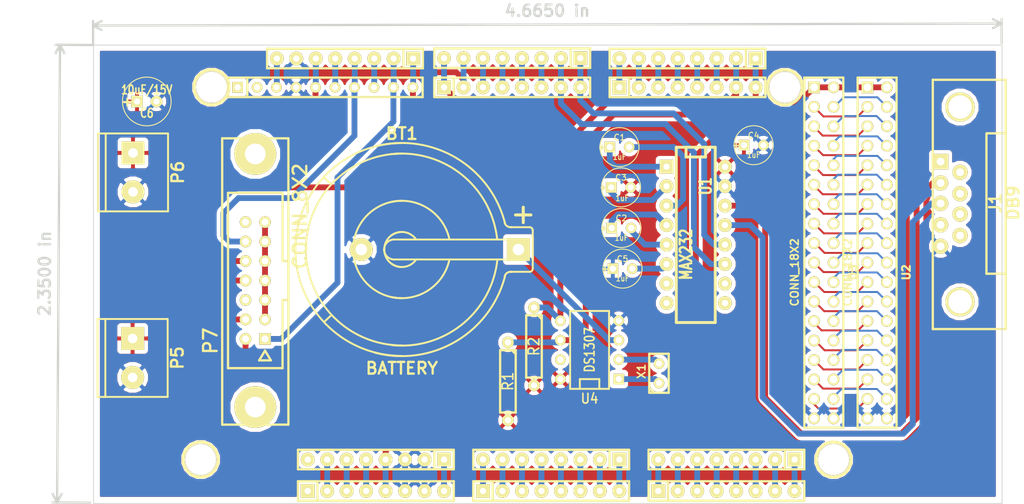
<source format=kicad_pcb>
(kicad_pcb (version 3) (host pcbnew "(2013-07-07 BZR 4022)-stable")
  (layers (15 F.Cu signal) (0 B.Cu signal) (18 B.Paste user) (19 F.Paste user) (20 B.SilkS user) (21 F.SilkS user) (22 B.Mask user) (23 F.Mask user) (28 Edge.Cuts user))
  (net 0 "")
  (net 1 /10)
  (net 2 /11)
  (net 3 /12)
  (net 4 /13)
  (net 5 /14)
  (net 6 /15)
  (net 7 /16)
  (net 8 /17)
  (net 9 /18)
  (net 10 /19)
  (net 11 /2)
  (net 12 /20)
  (net 13 /21)
  (net 14 /22)
  (net 15 /23)
  (net 16 /24)
  (net 17 /25)
  (net 18 /26)
  (net 19 /27)
  (net 20 /28)
  (net 21 /29)
  (net 22 /3)
  (net 23 /3.3V)
  (net 24 /30)
  (net 25 /31)
  (net 26 /32)
  (net 27 /33)
  (net 28 /34)
  (net 29 /35)
  (net 30 /36)
  (net 31 /37)
  (net 32 /38)
  (net 33 /39)
  (net 34 /4)
  (net 35 /40)
  (net 36 /41)
  (net 37 /42)
  (net 38 /43)
  (net 39 /44)
  (net 40 /45)
  (net 41 /46)
  (net 42 /47)
  (net 43 /48)
  (net 44 /49)
  (net 45 /5)
  (net 46 /50)
  (net 47 /51)
  (net 48 /52)
  (net 49 /53)
  (net 50 /5V)
  (net 51 /6)
  (net 52 /7)
  (net 53 /8)
  (net 54 /9)
  (net 55 /A0)
  (net 56 /A1)
  (net 57 /A10)
  (net 58 /A11)
  (net 59 /A12)
  (net 60 /A13)
  (net 61 /A14)
  (net 62 /A15)
  (net 63 /A2)
  (net 64 /A3)
  (net 65 /A4)
  (net 66 /A5)
  (net 67 /A6)
  (net 68 /A7)
  (net 69 /A8)
  (net 70 /A9)
  (net 71 /AREF)
  (net 72 /IOREF)
  (net 73 /RST)
  (net 74 /RX)
  (net 75 /RX_DB9)
  (net 76 /TX)
  (net 77 /TX_DB9)
  (net 78 /VCC)
  (net 79 /VIN)
  (net 80 GND)
  (net 81 N-00000108)
  (net 82 N-0000048)
  (net 83 N-0000049)
  (net 84 N-0000050)
  (net 85 N-0000052)
  (net 86 N-0000053)
  (net 87 N-0000054)
  (net 88 N-0000060)
  (net 89 N-0000067)
  (net 90 N-0000077)
  (module SIL-8 (layer F.Cu) (at 154.61 52.254)
    (fp_text reference P2 hide)
    (fp_text value CONN_8 hide)
    (pad 1 thru_hole rect (at -8.89 0) (size 1.8 1.8) (drill 0.8128) (layers *.Cu *.Mask F.SilkS) (net 52 /7))
    (pad 2 thru_hole circle (at -6.35 0) (size 1.8 1.8) (drill 0.8128) (layers *.Cu *.Mask F.SilkS) (net 51 /6))
    (pad 3 thru_hole circle (at -3.81 0) (size 1.8 1.8) (drill 0.8128) (layers *.Cu *.Mask F.SilkS) (net 45 /5))
    (pad 4 thru_hole circle (at -1.27 0) (size 1.8 1.8) (drill 0.8128) (layers *.Cu *.Mask F.SilkS) (net 34 /4))
    (pad 5 thru_hole circle (at 1.27 0) (size 1.8 1.8) (drill 0.8128) (layers *.Cu *.Mask F.SilkS) (net 22 /3))
    (pad 6 thru_hole circle (at 3.81 0) (size 1.8 1.8) (drill 0.8128) (layers *.Cu *.Mask F.SilkS) (net 11 /2))
    (pad 7 thru_hole circle (at 6.35 0) (size 1.8 1.8) (drill 0.8128) (layers *.Cu *.Mask F.SilkS) (net 76 /TX))
    (pad 8 thru_hole circle (at 8.89 0) (size 1.8 1.8) (drill 0.8128) (layers *.Cu *.Mask F.SilkS) (net 74 /RX))
  )
  (module SIL-8 (layer F.Cu) (at 136.83 100.8 180)
    (fp_text reference P3 hide)
    (fp_text value CONN_8 hide)
    (pad 1 thru_hole rect (at -8.89 0 180) (size 1.8 1.8) (drill 0.8128) (layers *.Cu *.Mask F.SilkS) (net 79 /VIN))
    (pad 2 thru_hole circle (at -6.35 0 180) (size 1.8 1.8) (drill 0.8128) (layers *.Cu *.Mask F.SilkS) (net 80 GND))
    (pad 3 thru_hole circle (at -3.81 0 180) (size 1.8 1.8) (drill 0.8128) (layers *.Cu *.Mask F.SilkS) (net 80 GND))
    (pad 4 thru_hole circle (at -1.27 0 180) (size 1.8 1.8) (drill 0.8128) (layers *.Cu *.Mask F.SilkS) (net 50 /5V))
    (pad 5 thru_hole circle (at 1.27 0 180) (size 1.8 1.8) (drill 0.8128) (layers *.Cu *.Mask F.SilkS) (net 23 /3.3V))
    (pad 6 thru_hole circle (at 3.81 0 180) (size 1.8 1.8) (drill 0.8128) (layers *.Cu *.Mask F.SilkS) (net 73 /RST))
    (pad 7 thru_hole circle (at 6.35 0 180) (size 1.8 1.8) (drill 0.8128) (layers *.Cu *.Mask F.SilkS) (net 72 /IOREF))
    (pad 8 thru_hole circle (at 8.89 0 180) (size 1.8 1.8) (drill 0.8128) (layers *.Cu *.Mask F.SilkS))
  )
  (module SIL-8 (layer F.Cu) (at 182.55 100.8 180)
    (fp_text reference P15 hide)
    (fp_text value CONN_8 hide)
    (pad 1 thru_hole rect (at -8.89 0 180) (size 1.8 1.8) (drill 0.8128) (layers *.Cu *.Mask F.SilkS) (net 62 /A15))
    (pad 2 thru_hole circle (at -6.35 0 180) (size 1.8 1.8) (drill 0.8128) (layers *.Cu *.Mask F.SilkS) (net 61 /A14))
    (pad 3 thru_hole circle (at -3.81 0 180) (size 1.8 1.8) (drill 0.8128) (layers *.Cu *.Mask F.SilkS) (net 60 /A13))
    (pad 4 thru_hole circle (at -1.27 0 180) (size 1.8 1.8) (drill 0.8128) (layers *.Cu *.Mask F.SilkS) (net 59 /A12))
    (pad 5 thru_hole circle (at 1.27 0 180) (size 1.8 1.8) (drill 0.8128) (layers *.Cu *.Mask F.SilkS) (net 58 /A11))
    (pad 6 thru_hole circle (at 3.81 0 180) (size 1.8 1.8) (drill 0.8128) (layers *.Cu *.Mask F.SilkS) (net 57 /A10))
    (pad 7 thru_hole circle (at 6.35 0 180) (size 1.8 1.8) (drill 0.8128) (layers *.Cu *.Mask F.SilkS) (net 70 /A9))
    (pad 8 thru_hole circle (at 8.89 0 180) (size 1.8 1.8) (drill 0.8128) (layers *.Cu *.Mask F.SilkS) (net 69 /A8))
  )
  (module SIL-8 (layer F.Cu) (at 182.55 104.9)
    (fp_text reference P14 hide)
    (fp_text value CONN_8 hide)
    (pad 1 thru_hole rect (at -8.89 0) (size 1.8 1.8) (drill 0.8128) (layers *.Cu *.Mask F.SilkS) (net 69 /A8))
    (pad 2 thru_hole circle (at -6.35 0) (size 1.8 1.8) (drill 0.8128) (layers *.Cu *.Mask F.SilkS) (net 70 /A9))
    (pad 3 thru_hole circle (at -3.81 0) (size 1.8 1.8) (drill 0.8128) (layers *.Cu *.Mask F.SilkS) (net 57 /A10))
    (pad 4 thru_hole circle (at -1.27 0) (size 1.8 1.8) (drill 0.8128) (layers *.Cu *.Mask F.SilkS) (net 58 /A11))
    (pad 5 thru_hole circle (at 1.27 0) (size 1.8 1.8) (drill 0.8128) (layers *.Cu *.Mask F.SilkS) (net 59 /A12))
    (pad 6 thru_hole circle (at 3.81 0) (size 1.8 1.8) (drill 0.8128) (layers *.Cu *.Mask F.SilkS) (net 60 /A13))
    (pad 7 thru_hole circle (at 6.35 0) (size 1.8 1.8) (drill 0.8128) (layers *.Cu *.Mask F.SilkS) (net 61 /A14))
    (pad 8 thru_hole circle (at 8.89 0) (size 1.8 1.8) (drill 0.8128) (layers *.Cu *.Mask F.SilkS) (net 62 /A15))
  )
  (module SIL-8 (layer F.Cu) (at 159.69 100.8 180)
    (fp_text reference P8 hide)
    (fp_text value CONN_8 hide)
    (pad 1 thru_hole rect (at -8.89 0 180) (size 1.8 1.8) (drill 0.8128) (layers *.Cu *.Mask F.SilkS) (net 68 /A7))
    (pad 2 thru_hole circle (at -6.35 0 180) (size 1.8 1.8) (drill 0.8128) (layers *.Cu *.Mask F.SilkS) (net 67 /A6))
    (pad 3 thru_hole circle (at -3.81 0 180) (size 1.8 1.8) (drill 0.8128) (layers *.Cu *.Mask F.SilkS) (net 66 /A5))
    (pad 4 thru_hole circle (at -1.27 0 180) (size 1.8 1.8) (drill 0.8128) (layers *.Cu *.Mask F.SilkS) (net 65 /A4))
    (pad 5 thru_hole circle (at 1.27 0 180) (size 1.8 1.8) (drill 0.8128) (layers *.Cu *.Mask F.SilkS) (net 64 /A3))
    (pad 6 thru_hole circle (at 3.81 0 180) (size 1.8 1.8) (drill 0.8128) (layers *.Cu *.Mask F.SilkS) (net 63 /A2))
    (pad 7 thru_hole circle (at 6.35 0 180) (size 1.8 1.8) (drill 0.8128) (layers *.Cu *.Mask F.SilkS) (net 56 /A1))
    (pad 8 thru_hole circle (at 8.89 0 180) (size 1.8 1.8) (drill 0.8128) (layers *.Cu *.Mask F.SilkS) (net 55 /A0))
  )
  (module SIL-8 (layer F.Cu) (at 159.69 104.9)
    (fp_text reference P1 hide)
    (fp_text value CONN_8 hide)
    (pad 1 thru_hole rect (at -8.89 0) (size 1.8 1.8) (drill 0.8128) (layers *.Cu *.Mask F.SilkS) (net 55 /A0))
    (pad 2 thru_hole circle (at -6.35 0) (size 1.8 1.8) (drill 0.8128) (layers *.Cu *.Mask F.SilkS) (net 56 /A1))
    (pad 3 thru_hole circle (at -3.81 0) (size 1.8 1.8) (drill 0.8128) (layers *.Cu *.Mask F.SilkS) (net 63 /A2))
    (pad 4 thru_hole circle (at -1.27 0) (size 1.8 1.8) (drill 0.8128) (layers *.Cu *.Mask F.SilkS) (net 64 /A3))
    (pad 5 thru_hole circle (at 1.27 0) (size 1.8 1.8) (drill 0.8128) (layers *.Cu *.Mask F.SilkS) (net 65 /A4))
    (pad 6 thru_hole circle (at 3.81 0) (size 1.8 1.8) (drill 0.8128) (layers *.Cu *.Mask F.SilkS) (net 66 /A5))
    (pad 7 thru_hole circle (at 6.35 0) (size 1.8 1.8) (drill 0.8128) (layers *.Cu *.Mask F.SilkS) (net 67 /A6))
    (pad 8 thru_hole circle (at 8.89 0) (size 1.8 1.8) (drill 0.8128) (layers *.Cu *.Mask F.SilkS) (net 68 /A7))
  )
  (module SIL-8 (layer F.Cu) (at 177.47 48.5 180)
    (fp_text reference P13 hide)
    (fp_text value CONN_8 hide)
    (pad 1 thru_hole rect (at -8.89 0 180) (size 1.8 1.8) (drill 0.8128) (layers *.Cu *.Mask F.SilkS) (net 13 /21))
    (pad 2 thru_hole circle (at -6.35 0 180) (size 1.8 1.8) (drill 0.8128) (layers *.Cu *.Mask F.SilkS) (net 12 /20))
    (pad 3 thru_hole circle (at -3.81 0 180) (size 1.8 1.8) (drill 0.8128) (layers *.Cu *.Mask F.SilkS) (net 10 /19))
    (pad 4 thru_hole circle (at -1.27 0 180) (size 1.8 1.8) (drill 0.8128) (layers *.Cu *.Mask F.SilkS) (net 9 /18))
    (pad 5 thru_hole circle (at 1.27 0 180) (size 1.8 1.8) (drill 0.8128) (layers *.Cu *.Mask F.SilkS) (net 8 /17))
    (pad 6 thru_hole circle (at 3.81 0 180) (size 1.8 1.8) (drill 0.8128) (layers *.Cu *.Mask F.SilkS) (net 7 /16))
    (pad 7 thru_hole circle (at 6.35 0 180) (size 1.8 1.8) (drill 0.8128) (layers *.Cu *.Mask F.SilkS) (net 6 /15))
    (pad 8 thru_hole circle (at 8.89 0 180) (size 1.8 1.8) (drill 0.8128) (layers *.Cu *.Mask F.SilkS) (net 5 /14))
  )
  (module SIL-8 (layer F.Cu) (at 177.47 52.254)
    (fp_text reference P12 hide)
    (fp_text value CONN_8 hide)
    (pad 1 thru_hole rect (at -8.89 0) (size 1.8 1.8) (drill 0.8128) (layers *.Cu *.Mask F.SilkS) (net 5 /14))
    (pad 2 thru_hole circle (at -6.35 0) (size 1.8 1.8) (drill 0.8128) (layers *.Cu *.Mask F.SilkS) (net 6 /15))
    (pad 3 thru_hole circle (at -3.81 0) (size 1.8 1.8) (drill 0.8128) (layers *.Cu *.Mask F.SilkS) (net 7 /16))
    (pad 4 thru_hole circle (at -1.27 0) (size 1.8 1.8) (drill 0.8128) (layers *.Cu *.Mask F.SilkS) (net 8 /17))
    (pad 5 thru_hole circle (at 1.27 0) (size 1.8 1.8) (drill 0.8128) (layers *.Cu *.Mask F.SilkS) (net 9 /18))
    (pad 6 thru_hole circle (at 3.81 0) (size 1.8 1.8) (drill 0.8128) (layers *.Cu *.Mask F.SilkS) (net 10 /19))
    (pad 7 thru_hole circle (at 6.35 0) (size 1.8 1.8) (drill 0.8128) (layers *.Cu *.Mask F.SilkS) (net 12 /20))
    (pad 8 thru_hole circle (at 8.89 0) (size 1.8 1.8) (drill 0.8128) (layers *.Cu *.Mask F.SilkS) (net 13 /21))
  )
  (module SIL-8 (layer F.Cu) (at 136.83 104.9)
    (fp_text reference P10 hide)
    (fp_text value CONN_8 hide)
    (pad 1 thru_hole rect (at -8.89 0) (size 1.8 1.8) (drill 0.8128) (layers *.Cu *.Mask F.SilkS))
    (pad 2 thru_hole circle (at -6.35 0) (size 1.8 1.8) (drill 0.8128) (layers *.Cu *.Mask F.SilkS) (net 72 /IOREF))
    (pad 3 thru_hole circle (at -3.81 0) (size 1.8 1.8) (drill 0.8128) (layers *.Cu *.Mask F.SilkS) (net 73 /RST))
    (pad 4 thru_hole circle (at -1.27 0) (size 1.8 1.8) (drill 0.8128) (layers *.Cu *.Mask F.SilkS) (net 23 /3.3V))
    (pad 5 thru_hole circle (at 1.27 0) (size 1.8 1.8) (drill 0.8128) (layers *.Cu *.Mask F.SilkS) (net 50 /5V))
    (pad 6 thru_hole circle (at 3.81 0) (size 1.8 1.8) (drill 0.8128) (layers *.Cu *.Mask F.SilkS) (net 80 GND))
    (pad 7 thru_hole circle (at 6.35 0) (size 1.8 1.8) (drill 0.8128) (layers *.Cu *.Mask F.SilkS) (net 80 GND))
    (pad 8 thru_hole circle (at 8.89 0) (size 1.8 1.8) (drill 0.8128) (layers *.Cu *.Mask F.SilkS) (net 79 /VIN))
  )
  (module SIL-8 (layer F.Cu) (at 132.8 48.5 180)
    (fp_text reference P11 hide)
    (fp_text value CONN_8 hide)
    (pad 1 thru_hole rect (at -8.89 0 180) (size 1.8 1.8) (drill 0.8128) (layers *.Cu *.Mask F.SilkS) (net 53 /8))
    (pad 2 thru_hole circle (at -6.35 0 180) (size 1.8 1.8) (drill 0.8128) (layers *.Cu *.Mask F.SilkS) (net 54 /9))
    (pad 3 thru_hole circle (at -3.81 0 180) (size 1.8 1.8) (drill 0.8128) (layers *.Cu *.Mask F.SilkS) (net 1 /10))
    (pad 4 thru_hole circle (at -1.27 0 180) (size 1.8 1.8) (drill 0.8128) (layers *.Cu *.Mask F.SilkS) (net 2 /11))
    (pad 5 thru_hole circle (at 1.27 0 180) (size 1.8 1.8) (drill 0.8128) (layers *.Cu *.Mask F.SilkS) (net 3 /12))
    (pad 6 thru_hole circle (at 3.81 0 180) (size 1.8 1.8) (drill 0.8128) (layers *.Cu *.Mask F.SilkS) (net 4 /13))
    (pad 7 thru_hole circle (at 6.35 0 180) (size 1.8 1.8) (drill 0.8128) (layers *.Cu *.Mask F.SilkS) (net 80 GND))
    (pad 8 thru_hole circle (at 8.89 0 180) (size 1.8 1.8) (drill 0.8128) (layers *.Cu *.Mask F.SilkS) (net 71 /AREF))
  )
  (module SIL-8 (layer F.Cu) (at 154.61 48.45 180)
    (fp_text reference P9 hide)
    (fp_text value CONN_8 hide)
    (pad 1 thru_hole rect (at -8.89 0 180) (size 1.8 1.8) (drill 0.8128) (layers *.Cu *.Mask F.SilkS) (net 74 /RX))
    (pad 2 thru_hole circle (at -6.35 0 180) (size 1.8 1.8) (drill 0.8128) (layers *.Cu *.Mask F.SilkS) (net 76 /TX))
    (pad 3 thru_hole circle (at -3.81 0 180) (size 1.8 1.8) (drill 0.8128) (layers *.Cu *.Mask F.SilkS) (net 11 /2))
    (pad 4 thru_hole circle (at -1.27 0 180) (size 1.8 1.8) (drill 0.8128) (layers *.Cu *.Mask F.SilkS) (net 22 /3))
    (pad 5 thru_hole circle (at 1.27 0 180) (size 1.8 1.8) (drill 0.8128) (layers *.Cu *.Mask F.SilkS) (net 34 /4))
    (pad 6 thru_hole circle (at 3.81 0 180) (size 1.8 1.8) (drill 0.8128) (layers *.Cu *.Mask F.SilkS) (net 45 /5))
    (pad 7 thru_hole circle (at 6.35 0 180) (size 1.8 1.8) (drill 0.8128) (layers *.Cu *.Mask F.SilkS) (net 51 /6))
    (pad 8 thru_hole circle (at 8.89 0 180) (size 1.8 1.8) (drill 0.8128) (layers *.Cu *.Mask F.SilkS) (net 52 /7))
  )
  (module SIL-10 (layer F.Cu) (at 130.226 52.254)
    (fp_text reference P4 hide)
    (fp_text value CONN_10 hide)
    (pad 1 thru_hole rect (at -11.43 0) (size 1.397 1.397) (drill 0.8128) (layers *.Cu *.Mask F.SilkS))
    (pad 2 thru_hole circle (at -8.89 0) (size 1.397 1.397) (drill 0.8128) (layers *.Cu *.Mask F.SilkS))
    (pad 3 thru_hole circle (at -6.35 0) (size 1.397 1.397) (drill 0.8128) (layers *.Cu *.Mask F.SilkS) (net 71 /AREF))
    (pad 4 thru_hole circle (at -3.81 0) (size 1.397 1.397) (drill 0.8128) (layers *.Cu *.Mask F.SilkS) (net 80 GND))
    (pad 5 thru_hole circle (at -1.27 0) (size 1.397 1.397) (drill 0.8128) (layers *.Cu *.Mask F.SilkS) (net 4 /13))
    (pad 6 thru_hole circle (at 1.27 0) (size 1.397 1.397) (drill 0.8128) (layers *.Cu *.Mask F.SilkS) (net 3 /12))
    (pad 7 thru_hole circle (at 3.81 0) (size 1.397 1.397) (drill 0.8128) (layers *.Cu *.Mask F.SilkS) (net 2 /11))
    (pad 8 thru_hole circle (at 6.35 0) (size 1.397 1.397) (drill 0.8128) (layers *.Cu *.Mask F.SilkS) (net 1 /10))
    (pad 9 thru_hole circle (at 8.89 0) (size 1.397 1.397) (drill 0.8128) (layers *.Cu *.Mask F.SilkS) (net 54 /9))
    (pad 10 thru_hole circle (at 11.43 0) (size 1.397 1.397) (drill 0.8128) (layers *.Cu *.Mask F.SilkS) (net 53 /8))
  )
  (module PIN_ARRAY_18X2 (layer F.Cu) (at 195.25 76.384 270)
    (fp_text reference U3 (at 0 -3.81 270) (layer F.SilkS) (effects (font (size 1.016 1.016) (thickness 0.27432))))
    (fp_text value CONN_18X2 (at 0 3.81 270) (layer F.SilkS) (effects (font (size 1.016 1.016) (thickness 0.2032))))
    (pad 1 thru_hole rect (at -24.13 1.27 270) (size 1.524 1.524) (drill 1.016) (layers *.Cu *.Mask F.SilkS) (net 50 /5V))
    (pad 2 thru_hole circle (at -24.13 -1.27 270) (size 1.524 1.524) (drill 1.016) (layers *.Cu *.Mask F.SilkS) (net 50 /5V))
    (pad 11 thru_hole circle (at -11.43 1.27 270) (size 1.524 1.524) (drill 1.016) (layers *.Cu *.Mask F.SilkS) (net 24 /30))
    (pad 4 thru_hole circle (at -21.59 -1.27 270) (size 1.524 1.524) (drill 1.016) (layers *.Cu *.Mask F.SilkS) (net 15 /23))
    (pad 13 thru_hole circle (at -8.89 1.27 270) (size 1.524 1.524) (drill 1.016) (layers *.Cu *.Mask F.SilkS) (net 26 /32))
    (pad 6 thru_hole circle (at -19.05 -1.27 270) (size 1.524 1.524) (drill 1.016) (layers *.Cu *.Mask F.SilkS) (net 17 /25))
    (pad 15 thru_hole circle (at -6.35 1.27 270) (size 1.524 1.524) (drill 1.016) (layers *.Cu *.Mask F.SilkS) (net 28 /34))
    (pad 8 thru_hole circle (at -16.51 -1.27 270) (size 1.524 1.524) (drill 1.016) (layers *.Cu *.Mask F.SilkS) (net 19 /27))
    (pad 17 thru_hole circle (at -3.81 1.27 270) (size 1.524 1.524) (drill 1.016) (layers *.Cu *.Mask F.SilkS) (net 30 /36))
    (pad 10 thru_hole circle (at -13.97 -1.27 270) (size 1.524 1.524) (drill 1.016) (layers *.Cu *.Mask F.SilkS) (net 21 /29))
    (pad 19 thru_hole circle (at -1.27 1.27 270) (size 1.524 1.524) (drill 1.016) (layers *.Cu *.Mask F.SilkS) (net 32 /38))
    (pad 12 thru_hole circle (at -11.43 -1.27 270) (size 1.524 1.524) (drill 1.016) (layers *.Cu *.Mask F.SilkS) (net 25 /31))
    (pad 21 thru_hole circle (at 1.27 1.27 270) (size 1.524 1.524) (drill 1.016) (layers *.Cu *.Mask F.SilkS) (net 35 /40))
    (pad 14 thru_hole circle (at -8.89 -1.27 270) (size 1.524 1.524) (drill 1.016) (layers *.Cu *.Mask F.SilkS) (net 27 /33))
    (pad 23 thru_hole circle (at 3.81 1.27 270) (size 1.524 1.524) (drill 1.016) (layers *.Cu *.Mask F.SilkS) (net 37 /42))
    (pad 16 thru_hole circle (at -6.35 -1.27 270) (size 1.524 1.524) (drill 1.016) (layers *.Cu *.Mask F.SilkS) (net 29 /35))
    (pad 25 thru_hole circle (at 6.35 1.27 270) (size 1.524 1.524) (drill 1.016) (layers *.Cu *.Mask F.SilkS) (net 39 /44))
    (pad 18 thru_hole circle (at -3.81 -1.27 270) (size 1.524 1.524) (drill 1.016) (layers *.Cu *.Mask F.SilkS) (net 31 /37))
    (pad 27 thru_hole circle (at 8.89 1.27 270) (size 1.524 1.524) (drill 1.016) (layers *.Cu *.Mask F.SilkS) (net 41 /46))
    (pad 20 thru_hole circle (at -1.27 -1.27 270) (size 1.524 1.524) (drill 1.016) (layers *.Cu *.Mask F.SilkS) (net 33 /39))
    (pad 29 thru_hole circle (at 11.43 1.27 270) (size 1.524 1.524) (drill 1.016) (layers *.Cu *.Mask F.SilkS) (net 43 /48))
    (pad 22 thru_hole circle (at 1.27 -1.27 270) (size 1.524 1.524) (drill 1.016) (layers *.Cu *.Mask F.SilkS) (net 36 /41))
    (pad 31 thru_hole circle (at 13.97 1.27 270) (size 1.524 1.524) (drill 1.016) (layers *.Cu *.Mask F.SilkS) (net 46 /50))
    (pad 24 thru_hole circle (at 3.81 -1.27 270) (size 1.524 1.524) (drill 1.016) (layers *.Cu *.Mask F.SilkS) (net 38 /43))
    (pad 26 thru_hole circle (at 6.35 -1.27 270) (size 1.524 1.524) (drill 1.016) (layers *.Cu *.Mask F.SilkS) (net 40 /45))
    (pad 33 thru_hole circle (at 16.51 1.27 270) (size 1.524 1.524) (drill 1.016) (layers *.Cu *.Mask F.SilkS) (net 48 /52))
    (pad 28 thru_hole circle (at 8.89 -1.27 270) (size 1.524 1.524) (drill 1.016) (layers *.Cu *.Mask F.SilkS) (net 42 /47))
    (pad 32 thru_hole circle (at 13.97 -1.27 270) (size 1.524 1.524) (drill 1.016) (layers *.Cu *.Mask F.SilkS) (net 47 /51))
    (pad 34 thru_hole circle (at 16.51 -1.27 270) (size 1.524 1.524) (drill 1.016) (layers *.Cu *.Mask F.SilkS) (net 49 /53))
    (pad 36 thru_hole circle (at 19.05 -1.27 270) (size 1.524 1.524) (drill 1.016) (layers *.Cu *.Mask F.SilkS) (net 80 GND))
    (pad 35 thru_hole circle (at 19.05 1.27 270) (size 1.524 1.524) (drill 1.016) (layers *.Cu *.Mask F.SilkS) (net 80 GND))
    (pad 3 thru_hole circle (at -21.59 1.27 270) (size 1.524 1.524) (drill 1.016) (layers *.Cu *.Mask F.SilkS) (net 14 /22))
    (pad 5 thru_hole circle (at -19.05 1.27 270) (size 1.524 1.524) (drill 1.016) (layers *.Cu *.Mask F.SilkS) (net 16 /24))
    (pad 7 thru_hole circle (at -16.51 1.27 270) (size 1.524 1.524) (drill 1.016) (layers *.Cu *.Mask F.SilkS) (net 18 /26))
    (pad 9 thru_hole circle (at -13.97 1.27 270) (size 1.524 1.524) (drill 1.016) (layers *.Cu *.Mask F.SilkS) (net 20 /28))
    (pad 30 thru_hole circle (at 11.43 -1.27 270) (size 1.524 1.524) (drill 1.016) (layers *.Cu *.Mask F.SilkS) (net 44 /49))
  )
  (module PIN_ARRAY_18X2 (layer F.Cu) (at 202.2 76.384 270)
    (fp_text reference U2 (at 0 -3.81 270) (layer F.SilkS) (effects (font (size 1.016 1.016) (thickness 0.27432))))
    (fp_text value CONN_18X2 (at 0 3.81 270) (layer F.SilkS) (effects (font (size 1.016 1.016) (thickness 0.2032))))
    (pad 1 thru_hole rect (at -24.13 1.27 270) (size 1.524 1.524) (drill 1.016) (layers *.Cu *.Mask F.SilkS) (net 50 /5V))
    (pad 2 thru_hole circle (at -24.13 -1.27 270) (size 1.524 1.524) (drill 1.016) (layers *.Cu *.Mask F.SilkS) (net 50 /5V))
    (pad 11 thru_hole circle (at -11.43 1.27 270) (size 1.524 1.524) (drill 1.016) (layers *.Cu *.Mask F.SilkS) (net 24 /30))
    (pad 4 thru_hole circle (at -21.59 -1.27 270) (size 1.524 1.524) (drill 1.016) (layers *.Cu *.Mask F.SilkS) (net 15 /23))
    (pad 13 thru_hole circle (at -8.89 1.27 270) (size 1.524 1.524) (drill 1.016) (layers *.Cu *.Mask F.SilkS) (net 26 /32))
    (pad 6 thru_hole circle (at -19.05 -1.27 270) (size 1.524 1.524) (drill 1.016) (layers *.Cu *.Mask F.SilkS) (net 17 /25))
    (pad 15 thru_hole circle (at -6.35 1.27 270) (size 1.524 1.524) (drill 1.016) (layers *.Cu *.Mask F.SilkS) (net 28 /34))
    (pad 8 thru_hole circle (at -16.51 -1.27 270) (size 1.524 1.524) (drill 1.016) (layers *.Cu *.Mask F.SilkS) (net 19 /27))
    (pad 17 thru_hole circle (at -3.81 1.27 270) (size 1.524 1.524) (drill 1.016) (layers *.Cu *.Mask F.SilkS) (net 30 /36))
    (pad 10 thru_hole circle (at -13.97 -1.27 270) (size 1.524 1.524) (drill 1.016) (layers *.Cu *.Mask F.SilkS) (net 21 /29))
    (pad 19 thru_hole circle (at -1.27 1.27 270) (size 1.524 1.524) (drill 1.016) (layers *.Cu *.Mask F.SilkS) (net 32 /38))
    (pad 12 thru_hole circle (at -11.43 -1.27 270) (size 1.524 1.524) (drill 1.016) (layers *.Cu *.Mask F.SilkS) (net 25 /31))
    (pad 21 thru_hole circle (at 1.27 1.27 270) (size 1.524 1.524) (drill 1.016) (layers *.Cu *.Mask F.SilkS) (net 35 /40))
    (pad 14 thru_hole circle (at -8.89 -1.27 270) (size 1.524 1.524) (drill 1.016) (layers *.Cu *.Mask F.SilkS) (net 27 /33))
    (pad 23 thru_hole circle (at 3.81 1.27 270) (size 1.524 1.524) (drill 1.016) (layers *.Cu *.Mask F.SilkS) (net 37 /42))
    (pad 16 thru_hole circle (at -6.35 -1.27 270) (size 1.524 1.524) (drill 1.016) (layers *.Cu *.Mask F.SilkS) (net 29 /35))
    (pad 25 thru_hole circle (at 6.35 1.27 270) (size 1.524 1.524) (drill 1.016) (layers *.Cu *.Mask F.SilkS) (net 39 /44))
    (pad 18 thru_hole circle (at -3.81 -1.27 270) (size 1.524 1.524) (drill 1.016) (layers *.Cu *.Mask F.SilkS) (net 31 /37))
    (pad 27 thru_hole circle (at 8.89 1.27 270) (size 1.524 1.524) (drill 1.016) (layers *.Cu *.Mask F.SilkS) (net 41 /46))
    (pad 20 thru_hole circle (at -1.27 -1.27 270) (size 1.524 1.524) (drill 1.016) (layers *.Cu *.Mask F.SilkS) (net 33 /39))
    (pad 29 thru_hole circle (at 11.43 1.27 270) (size 1.524 1.524) (drill 1.016) (layers *.Cu *.Mask F.SilkS) (net 43 /48))
    (pad 22 thru_hole circle (at 1.27 -1.27 270) (size 1.524 1.524) (drill 1.016) (layers *.Cu *.Mask F.SilkS) (net 36 /41))
    (pad 31 thru_hole circle (at 13.97 1.27 270) (size 1.524 1.524) (drill 1.016) (layers *.Cu *.Mask F.SilkS) (net 46 /50))
    (pad 24 thru_hole circle (at 3.81 -1.27 270) (size 1.524 1.524) (drill 1.016) (layers *.Cu *.Mask F.SilkS) (net 38 /43))
    (pad 26 thru_hole circle (at 6.35 -1.27 270) (size 1.524 1.524) (drill 1.016) (layers *.Cu *.Mask F.SilkS) (net 40 /45))
    (pad 33 thru_hole circle (at 16.51 1.27 270) (size 1.524 1.524) (drill 1.016) (layers *.Cu *.Mask F.SilkS) (net 48 /52))
    (pad 28 thru_hole circle (at 8.89 -1.27 270) (size 1.524 1.524) (drill 1.016) (layers *.Cu *.Mask F.SilkS) (net 42 /47))
    (pad 32 thru_hole circle (at 13.97 -1.27 270) (size 1.524 1.524) (drill 1.016) (layers *.Cu *.Mask F.SilkS) (net 47 /51))
    (pad 34 thru_hole circle (at 16.51 -1.27 270) (size 1.524 1.524) (drill 1.016) (layers *.Cu *.Mask F.SilkS) (net 49 /53))
    (pad 36 thru_hole circle (at 19.05 -1.27 270) (size 1.524 1.524) (drill 1.016) (layers *.Cu *.Mask F.SilkS) (net 80 GND))
    (pad 35 thru_hole circle (at 19.05 1.27 270) (size 1.524 1.524) (drill 1.016) (layers *.Cu *.Mask F.SilkS) (net 80 GND))
    (pad 3 thru_hole circle (at -21.59 1.27 270) (size 1.524 1.524) (drill 1.016) (layers *.Cu *.Mask F.SilkS) (net 14 /22))
    (pad 5 thru_hole circle (at -19.05 1.27 270) (size 1.524 1.524) (drill 1.016) (layers *.Cu *.Mask F.SilkS) (net 16 /24))
    (pad 7 thru_hole circle (at -16.51 1.27 270) (size 1.524 1.524) (drill 1.016) (layers *.Cu *.Mask F.SilkS) (net 18 /26))
    (pad 9 thru_hole circle (at -13.97 1.27 270) (size 1.524 1.524) (drill 1.016) (layers *.Cu *.Mask F.SilkS) (net 20 /28))
    (pad 30 thru_hole circle (at 11.43 -1.27 270) (size 1.524 1.524) (drill 1.016) (layers *.Cu *.Mask F.SilkS) (net 44 /49))
  )
  (module mors_2p (layer F.Cu) (at 105.15 63.35 270)
    (fp_text reference P6 (at 0 -5.842 270) (layer F.SilkS) (effects (font (size 1.524 1.524) (thickness 0.3048))))
    (fp_text value CONN_2 hide)
    (pad 1 thru_hole rect (at -2.54 0 270) (size 2.99974 2.99974) (drill 1.24968) (layers *.Cu *.Mask F.SilkS) (net 78 /VCC))
    (pad 2 thru_hole circle (at 2.54 0 270) (size 2.99974 2.99974) (drill 1.24968) (layers *.Cu *.Mask F.SilkS) (net 80 GND))
  )
  (module mors_2p (layer F.Cu) (at 105.1 87.55 270)
    (fp_text reference P5 (at 0 -5.842 270) (layer F.SilkS) (effects (font (size 1.524 1.524) (thickness 0.3048))))
    (fp_text value CONN_2 hide)
    (pad 1 thru_hole rect (at -2.54 0 270) (size 2.99974 2.99974) (drill 1.24968) (layers *.Cu *.Mask F.SilkS) (net 78 /VCC))
    (pad 2 thru_hole circle (at 2.54 0 270) (size 2.99974 2.99974) (drill 1.24968) (layers *.Cu *.Mask F.SilkS) (net 80 GND))
  )
  (module Ideonics_DB9FC (layer F.Cu) (at 211.75 67.4 270)
    (fp_text reference J1 (at -0.0254 -5.8674 270) (layer F.SilkS) (effects (font (size 1.524 1.524) (thickness 0.3048))))
    (fp_text value DB9 (at -0.07 -8.19 270) (layer F.SilkS) (effects (font (size 1.524 1.524) (thickness 0.3048))))
    (pad "" thru_hole circle (at 12.827 -1.27 270) (size 3.81 3.81) (drill 3.048) (layers *.Cu *.Mask F.SilkS))
    (pad "" thru_hole circle (at -12.573 -1.27 270) (size 3.81 3.81) (drill 3.048) (layers *.Cu *.Mask F.SilkS))
    (pad 1 thru_hole rect (at -5.461 1.27 270) (size 2 2) (drill 1.016) (layers *.Cu *.Mask F.SilkS))
    (pad 2 thru_hole circle (at -2.667 1.27 270) (size 2 2) (drill 1.016) (layers *.Cu *.Mask F.SilkS) (net 75 /RX_DB9))
    (pad 3 thru_hole circle (at 0 1.27 270) (size 2 2) (drill 1.016) (layers *.Cu *.Mask F.SilkS) (net 77 /TX_DB9))
    (pad 4 thru_hole circle (at 2.794 1.27 270) (size 2 2) (drill 1.016) (layers *.Cu *.Mask F.SilkS))
    (pad 5 thru_hole circle (at 5.588 1.27 270) (size 2 2) (drill 1.016) (layers *.Cu *.Mask F.SilkS) (net 80 GND))
    (pad 6 thru_hole circle (at -4.064 -1.27 270) (size 2 2) (drill 1.016) (layers *.Cu *.Mask F.SilkS))
    (pad 7 thru_hole circle (at -1.27 -1.27 270) (size 2 2) (drill 1.016) (layers *.Cu *.Mask F.SilkS))
    (pad 8 thru_hole circle (at 1.397 -1.27 270) (size 2 2) (drill 1.016) (layers *.Cu *.Mask F.SilkS))
    (pad 9 thru_hole circle (at 4.191 -1.27 270) (size 2 2) (drill 1.016) (layers *.Cu *.Mask F.SilkS))
  )
  (module DIP-16__300 (layer F.Cu) (at 178.55 71.5 270)
    (fp_text reference U1 (at -6.35 -1.27 270) (layer F.SilkS) (effects (font (size 1.524 1.143) (thickness 0.3048))))
    (fp_text value MAX232 (at 2.54 1.27 270) (layer F.SilkS) (effects (font (size 1.524 1.143) (thickness 0.3048))))
    (pad 1 thru_hole rect (at -8.89 3.81 270) (size 1.8 1.8) (drill 0.8128) (layers *.Cu *.Mask F.SilkS) (net 90 N-0000077))
    (pad 2 thru_hole circle (at -6.35 3.81 270) (size 1.8 1.8) (drill 0.8128) (layers *.Cu *.Mask F.SilkS) (net 89 N-0000067))
    (pad 3 thru_hole circle (at -3.81 3.81 270) (size 1.8 1.8) (drill 0.8128) (layers *.Cu *.Mask F.SilkS) (net 85 N-0000052))
    (pad 4 thru_hole circle (at -1.27 3.81 270) (size 1.8 1.8) (drill 0.8128) (layers *.Cu *.Mask F.SilkS) (net 86 N-0000053))
    (pad 5 thru_hole circle (at 1.27 3.81 270) (size 1.8 1.8) (drill 0.8128) (layers *.Cu *.Mask F.SilkS) (net 87 N-0000054))
    (pad 6 thru_hole circle (at 3.81 3.81 270) (size 1.8 1.8) (drill 0.8128) (layers *.Cu *.Mask F.SilkS) (net 88 N-0000060))
    (pad 7 thru_hole circle (at 6.35 3.81 270) (size 1.8 1.8) (drill 0.8128) (layers *.Cu *.Mask F.SilkS))
    (pad 8 thru_hole circle (at 8.89 3.81 270) (size 1.8 1.8) (drill 0.8128) (layers *.Cu *.Mask F.SilkS))
    (pad 9 thru_hole circle (at 8.89 -3.81 270) (size 1.8 1.8) (drill 0.8128) (layers *.Cu *.Mask F.SilkS))
    (pad 10 thru_hole circle (at 6.35 -3.81 270) (size 1.8 1.8) (drill 0.8128) (layers *.Cu *.Mask F.SilkS))
    (pad 11 thru_hole circle (at 3.81 -3.81 270) (size 1.8 1.8) (drill 0.8128) (layers *.Cu *.Mask F.SilkS) (net 76 /TX))
    (pad 12 thru_hole circle (at 1.27 -3.81 270) (size 1.8 1.8) (drill 0.8128) (layers *.Cu *.Mask F.SilkS) (net 74 /RX))
    (pad 13 thru_hole circle (at -1.27 -3.81 270) (size 1.8 1.8) (drill 0.8128) (layers *.Cu *.Mask F.SilkS) (net 77 /TX_DB9))
    (pad 14 thru_hole circle (at -3.81 -3.81 270) (size 1.8 1.8) (drill 0.8128) (layers *.Cu *.Mask F.SilkS) (net 75 /RX_DB9))
    (pad 15 thru_hole circle (at -6.35 -3.81 270) (size 1.8 1.8) (drill 0.8128) (layers *.Cu *.Mask F.SilkS) (net 80 GND))
    (pad 16 thru_hole circle (at -8.89 -3.81 270) (size 1.8 1.8) (drill 0.8128) (layers *.Cu *.Mask F.SilkS) (net 78 /VCC))
  )
  (module C1V7 (layer F.Cu) (at 106.95 54.1)
    (fp_text reference C6 (at 0 1.524) (layer F.SilkS) (effects (font (size 1.143 0.889) (thickness 0.2032))))
    (fp_text value 10uF/15V (at 0 -1.524) (layer F.SilkS) (effects (font (size 1.143 0.889) (thickness 0.2032))))
    (fp_text user + (at -2.54 0) (layer F.SilkS) (effects (font (size 1.143 1.143) (thickness 0.3048))))
    (pad 1 thru_hole rect (at -1.27 0) (size 1.524 1.524) (drill 0.8128) (layers *.Cu *.Mask F.SilkS) (net 78 /VCC))
    (pad 2 thru_hole circle (at 1.27 0) (size 1.524 1.524) (drill 0.8128) (layers *.Cu *.Mask F.SilkS) (net 80 GND))
  )
  (module C1V5 (layer F.Cu) (at 168.8 65.3)
    (fp_text reference C3 (at 0 -1.26746) (layer F.SilkS) (effects (font (size 0.762 0.762) (thickness 0.127))))
    (fp_text value 1uF (at 0.15 1.4) (layer F.SilkS) (effects (font (size 0.762 0.635) (thickness 0.127))))
    (fp_text user + (at -2.286 0) (layer F.SilkS) (effects (font (size 0.762 0.762) (thickness 0.2032))))
    (pad 1 thru_hole rect (at -1.27 0) (size 1.397 1.397) (drill 0.8128) (layers *.Cu *.Mask F.SilkS) (net 89 N-0000067))
    (pad 2 thru_hole circle (at 1.27 0) (size 1.397 1.397) (drill 0.8128) (layers *.Cu *.Mask F.SilkS) (net 78 /VCC))
  )
  (module C1V5 (layer F.Cu) (at 168.85 70.6)
    (fp_text reference C2 (at 0 -1.26746) (layer F.SilkS) (effects (font (size 0.762 0.762) (thickness 0.127))))
    (fp_text value 1uF (at 0 1.27) (layer F.SilkS) (effects (font (size 0.762 0.635) (thickness 0.127))))
    (fp_text user + (at -2.286 0) (layer F.SilkS) (effects (font (size 0.762 0.762) (thickness 0.2032))))
    (pad 1 thru_hole rect (at -1.27 0) (size 1.397 1.397) (drill 0.8128) (layers *.Cu *.Mask F.SilkS) (net 86 N-0000053))
    (pad 2 thru_hole circle (at 1.27 0) (size 1.397 1.397) (drill 0.8128) (layers *.Cu *.Mask F.SilkS) (net 87 N-0000054))
  )
  (module C1V5 (layer F.Cu) (at 168.6 60.05)
    (fp_text reference C1 (at 0 -1.26746) (layer F.SilkS) (effects (font (size 0.762 0.762) (thickness 0.127))))
    (fp_text value 1uF (at 0 1.27) (layer F.SilkS) (effects (font (size 0.762 0.635) (thickness 0.127))))
    (fp_text user + (at -2.286 0) (layer F.SilkS) (effects (font (size 0.762 0.762) (thickness 0.2032))))
    (pad 1 thru_hole rect (at -1.27 0) (size 1.397 1.397) (drill 0.8128) (layers *.Cu *.Mask F.SilkS) (net 90 N-0000077))
    (pad 2 thru_hole circle (at 1.27 0) (size 1.397 1.397) (drill 0.8128) (layers *.Cu *.Mask F.SilkS) (net 85 N-0000052))
  )
  (module C1V5 (layer F.Cu) (at 186.1 59.8)
    (fp_text reference C4 (at 0 -1.26746) (layer F.SilkS) (effects (font (size 0.762 0.762) (thickness 0.127))))
    (fp_text value 1uF (at 0 1.27) (layer F.SilkS) (effects (font (size 0.762 0.635) (thickness 0.127))))
    (fp_text user + (at -2.286 0) (layer F.SilkS) (effects (font (size 0.762 0.762) (thickness 0.2032))))
    (pad 1 thru_hole rect (at -1.27 0) (size 1.397 1.397) (drill 0.8128) (layers *.Cu *.Mask F.SilkS) (net 78 /VCC))
    (pad 2 thru_hole circle (at 1.27 0) (size 1.397 1.397) (drill 0.8128) (layers *.Cu *.Mask F.SilkS) (net 80 GND))
  )
  (module C1V5 (layer F.Cu) (at 169 75.9)
    (fp_text reference C5 (at 0 -1.26746) (layer F.SilkS) (effects (font (size 0.762 0.762) (thickness 0.127))))
    (fp_text value 1uF (at 0 1.27) (layer F.SilkS) (effects (font (size 0.762 0.635) (thickness 0.127))))
    (fp_text user + (at -2.286 0) (layer F.SilkS) (effects (font (size 0.762 0.762) (thickness 0.2032))))
    (pad 1 thru_hole rect (at -1.27 0) (size 1.397 1.397) (drill 0.8128) (layers *.Cu *.Mask F.SilkS) (net 80 GND))
    (pad 2 thru_hole circle (at 1.27 0) (size 1.397 1.397) (drill 0.8128) (layers *.Cu *.Mask F.SilkS) (net 88 N-0000060))
  )
  (module R4 (layer F.Cu) (at 154.05 90.6 270)
    (fp_text reference R1 (at 0 0 270) (layer F.SilkS) (effects (font (size 1.397 1.27) (thickness 0.2032))))
    (fp_text value R hide)
    (pad 1 thru_hole circle (at -5.08 0 270) (size 1.524 1.524) (drill 0.8128) (layers *.Cu *.Mask F.SilkS) (net 13 /21))
    (pad 2 thru_hole circle (at 5.08 0 270) (size 1.524 1.524) (drill 0.8128) (layers *.Cu *.Mask F.SilkS) (net 78 /VCC))
  )
  (module R4 (layer F.Cu) (at 157.45 86.05 270)
    (fp_text reference R2 (at 0 0 270) (layer F.SilkS) (effects (font (size 1.397 1.27) (thickness 0.2032))))
    (fp_text value R hide)
    (pad 1 thru_hole circle (at -5.08 0 270) (size 1.524 1.524) (drill 0.8128) (layers *.Cu *.Mask F.SilkS) (net 12 /20))
    (pad 2 thru_hole circle (at 5.08 0 270) (size 1.524 1.524) (drill 0.8128) (layers *.Cu *.Mask F.SilkS) (net 78 /VCC))
  )
  (module keystone_1025 (layer F.Cu) (at 140.208 73.406)
    (fp_text reference BT1 (at 0 -15.113) (layer F.SilkS) (effects (font (size 1.524 1.524) (thickness 0.3048))))
    (fp_text value BATTERY (at 0 15.494) (layer F.SilkS) (effects (font (size 1.524 1.524) (thickness 0.3048))))
    (pad 2 thru_hole circle (at -5.2832 0) (size 2.99974 2.99974) (drill 1.4986) (layers *.Cu *.Mask F.SilkS) (net 80 GND))
    (pad 1 thru_hole rect (at 15.2146 0) (size 2.9972 2.9972) (drill 1.4986) (layers *.Cu *.Mask F.SilkS) (net 84 N-0000050))
  )
  (module DIP-8__300 (layer F.Cu) (at 164.7 86.5 90)
    (fp_text reference U4 (at -6.35 0 180) (layer F.SilkS) (effects (font (size 1.27 1.143) (thickness 0.2032))))
    (fp_text value DS1307 (at 0 0 90) (layer F.SilkS) (effects (font (size 1.27 1.016) (thickness 0.2032))))
    (pad 1 thru_hole rect (at -3.81 3.81 90) (size 1.397 1.397) (drill 0.8128) (layers *.Cu *.Mask F.SilkS) (net 82 N-0000048))
    (pad 2 thru_hole circle (at -1.27 3.81 90) (size 1.397 1.397) (drill 0.8128) (layers *.Cu *.Mask F.SilkS) (net 83 N-0000049))
    (pad 3 thru_hole circle (at 1.27 3.81 90) (size 1.397 1.397) (drill 0.8128) (layers *.Cu *.Mask F.SilkS) (net 84 N-0000050))
    (pad 4 thru_hole circle (at 3.81 3.81 90) (size 1.397 1.397) (drill 0.8128) (layers *.Cu *.Mask F.SilkS) (net 80 GND))
    (pad 5 thru_hole circle (at 3.81 -3.81 90) (size 1.397 1.397) (drill 0.8128) (layers *.Cu *.Mask F.SilkS) (net 12 /20))
    (pad 6 thru_hole circle (at 1.27 -3.81 90) (size 1.397 1.397) (drill 0.8128) (layers *.Cu *.Mask F.SilkS) (net 13 /21))
    (pad 7 thru_hole circle (at -1.27 -3.81 90) (size 1.397 1.397) (drill 0.8128) (layers *.Cu *.Mask F.SilkS))
    (pad 8 thru_hole circle (at -3.81 -3.81 90) (size 1.397 1.397) (drill 0.8128) (layers *.Cu *.Mask F.SilkS) (net 78 /VCC))
  )
  (module C1 (layer F.Cu) (at 173.75 89.55 90)
    (fp_text reference X1 (at 0.254 -2.286 90) (layer F.SilkS) (effects (font (size 1.016 1.016) (thickness 0.2032))))
    (fp_text value CRYSTAL hide)
    (pad 1 thru_hole circle (at -1.27 0 90) (size 1.397 1.397) (drill 0.8128) (layers *.Cu *.Mask F.SilkS) (net 82 N-0000048))
    (pad 2 thru_hole circle (at 1.27 0 90) (size 1.397 1.397) (drill 0.8128) (layers *.Cu *.Mask F.SilkS) (net 83 N-0000049))
  )
  (module he10-14d (layer F.Cu) (at 121.1 77.45 90)
    (fp_text reference P7 (at -7.874 -5.842 90) (layer F.SilkS) (effects (font (size 1.778 1.778) (thickness 0.3048))))
    (fp_text value CONN_8X2 (at 8.382 5.842 90) (layer F.SilkS) (effects (font (size 1.778 1.778) (thickness 0.3048))))
    (pad 0 thru_hole circle (at -16.51 0 90) (size 5.461 5.461) (drill 2.6924) (layers *.Cu *.Mask F.SilkS))
    (pad 0 thru_hole circle (at 16.51 0 90) (size 5.461 5.461) (drill 2.6924) (layers *.Cu *.Mask F.SilkS))
    (pad 1 thru_hole rect (at -7.62 1.27 90) (size 1.524 1.524) (drill 0.9144) (layers *.Cu *.Mask F.SilkS) (net 54 /9))
    (pad 2 thru_hole circle (at -7.62 -1.27 90) (size 1.524 1.524) (drill 0.9144) (layers *.Cu *.Mask F.SilkS) (net 51 /6))
    (pad 3 thru_hole circle (at -5.08 1.27 90) (size 1.524 1.524) (drill 0.9144) (layers *.Cu *.Mask F.SilkS) (net 81 N-00000108))
    (pad 4 thru_hole circle (at -5.08 -1.27 90) (size 1.524 1.524) (drill 0.9144) (layers *.Cu *.Mask F.SilkS) (net 52 /7))
    (pad 5 thru_hole circle (at -2.54 1.27 90) (size 1.524 1.524) (drill 0.9144) (layers *.Cu *.Mask F.SilkS) (net 81 N-00000108))
    (pad 6 thru_hole circle (at -2.54 -1.27 90) (size 1.524 1.524) (drill 0.9144) (layers *.Cu *.Mask F.SilkS))
    (pad 7 thru_hole circle (at 0 1.27 90) (size 1.524 1.524) (drill 0.9144) (layers *.Cu *.Mask F.SilkS) (net 81 N-00000108))
    (pad 8 thru_hole circle (at 0 -1.27 90) (size 1.524 1.524) (drill 0.9144) (layers *.Cu *.Mask F.SilkS) (net 4 /13))
    (pad 9 thru_hole circle (at 2.54 1.27 90) (size 1.524 1.524) (drill 0.9144) (layers *.Cu *.Mask F.SilkS) (net 81 N-00000108))
    (pad 10 thru_hole circle (at 2.54 -1.27 90) (size 1.524 1.524) (drill 0.9144) (layers *.Cu *.Mask F.SilkS) (net 53 /8))
    (pad 11 thru_hole circle (at 5.08 1.27 90) (size 1.524 1.524) (drill 0.9144) (layers *.Cu *.Mask F.SilkS) (net 81 N-00000108))
    (pad 12 thru_hole circle (at 5.08 -1.27 90) (size 1.524 1.524) (drill 0.9144) (layers *.Cu *.Mask F.SilkS) (net 2 /11))
    (pad 13 thru_hole circle (at 7.62 1.27 90) (size 1.524 1.524) (drill 0.9144) (layers *.Cu *.Mask F.SilkS) (net 81 N-00000108))
    (pad 14 thru_hole circle (at 7.62 -1.27 90) (size 1.524 1.524) (drill 0.9144) (layers *.Cu *.Mask F.SilkS))
  )
  (module 1pin (layer F.Cu) (at 113.97 100.8)
    (fp_text reference 1PIN hide)
    (fp_text value P*** hide)
    (pad 1 thru_hole circle (at 0 0) (size 4.064 4.064) (drill 4) (layers *.Cu *.Mask F.SilkS))
  )
  (module 1pin (layer F.Cu) (at 196.52 100.8)
    (fp_text reference 1PIN hide)
    (fp_text value P*** hide)
    (pad 1 thru_hole circle (at 0 0) (size 4.064 4.064) (drill 4) (layers *.Cu *.Mask F.SilkS))
  )
  (module 1pin (layer F.Cu) (at 115.4 52.24)
    (fp_text reference 1PIN hide)
    (fp_text value P*** hide)
    (pad 1 thru_hole circle (at 0 0) (size 4.064 4.064) (drill 4) (layers *.Cu *.Mask F.SilkS))
  )
  (module 1pin (layer F.Cu) (at 190.17 52.254)
    (fp_text reference 1PIN hide)
    (fp_text value P*** hide)
    (pad 1 thru_hole circle (at 0 0) (size 4.064 4.064) (drill 4) (layers *.Cu *.Mask F.SilkS))
  )
  (dimension 59.691216 (width 0.3) (layer Edge.Cuts) (gr_text "59.691 mm" (at 94.090704 76.544823 89.63428723) (layer Edge.Cuts) (effects (font (size 1.5 1.5) (thickness 0.3)))) (feature1 (pts (xy 99.568 106.426) (xy 92.550232 106.381207))) (feature2 (pts (xy 99.949 46.736) (xy 92.931232 46.691207))) (crossbar (pts (xy 95.631176 46.70844) (xy 95.250176 106.39844))) (arrow1a (pts (xy 95.250176 106.39844) (xy 94.670958 105.268217))) (arrow1b (pts (xy 95.250176 106.39844) (xy 95.843775 105.275703))) (arrow2a (pts (xy 95.631176 46.70844) (xy 95.037577 47.831177))) (arrow2b (pts (xy 95.631176 46.70844) (xy 96.210394 47.838663))))
  (dimension 118.491272 (width 0.3) (layer Edge.Cuts) (gr_text "118.491 mm" (at 159.186162 42.719015 0.1228203467) (layer Edge.Cuts) (effects (font (size 1.5 1.5) (thickness 0.3)))) (feature1 (pts (xy 218.44 46.482) (xy 218.428769 41.242019))) (feature2 (pts (xy 99.949 46.736) (xy 99.937769 41.496019))) (crossbar (pts (xy 99.943556 44.196012) (xy 218.434556 43.942012))) (arrow1a (pts (xy 218.434556 43.942012) (xy 217.309312 44.530846))) (arrow1b (pts (xy 218.434556 43.942012) (xy 217.306798 43.358008))) (arrow2a (pts (xy 99.943556 44.196012) (xy 101.071314 44.780016))) (arrow2b (pts (xy 99.943556 44.196012) (xy 101.0688 43.607178))))
  (gr_line (start 218.5 106.525) (end 218.5 106.5) (angle 90) (layer Edge.Cuts) (width 0.1))
  (gr_line (start 100.025 106.525) (end 218.5 106.525) (angle 90) (layer Edge.Cuts) (width 0.1))
  (gr_line (start 100 103.325) (end 100 106.525) (angle 90) (layer Edge.Cuts) (width 0.1))
  (gr_line (start 218.5 106.275) (end 218.5 106.525) (angle 90) (layer Edge.Cuts) (width 0.1))
  (gr_line (start 218.5 105.95) (end 218.5 106.275) (angle 90) (layer Edge.Cuts) (width 0.1))
  (gr_line (start 218.5 46.75) (end 218.5 105.95) (angle 90) (layer Edge.Cuts) (width 0.1))
  (gr_line (start 100 46.75) (end 218.5 46.75) (angle 90) (layer Edge.Cuts) (width 0.1))
  (gr_line (start 100 50.175) (end 100 46.75) (angle 90) (layer Edge.Cuts) (width 0.1))
  (gr_line (start 100 50) (end 100 103.34) (angle 90) (layer Edge.Cuts) (width 0.1))
  (segment (start 136.61 48.5) (end 136.61 52.22) (width 0.762) (layer B.Cu) (net 1))
  (segment (start 136.61 52.22) (end 136.576 52.254) (width 0.762) (layer B.Cu) (net 1))
  (segment (start 134.07 48.5) (end 134.07 52.22) (width 0.762) (layer B.Cu) (net 2))
  (segment (start 134.07 52.22) (end 134.036 52.254) (width 0.762) (layer B.Cu) (net 2))
  (segment (start 119.83 72.37) (end 117.72 72.37) (width 0.762) (layer B.Cu) (net 2))
  (segment (start 134.036 58.564) (end 134.036 52.254) (width 0.762) (layer B.Cu) (net 2))
  (segment (start 125.9 66.7) (end 134.036 58.564) (width 0.762) (layer B.Cu) (net 2))
  (segment (start 118.9 66.7) (end 125.9 66.7) (width 0.762) (layer B.Cu) (net 2))
  (segment (start 116.95 68.65) (end 118.9 66.7) (width 0.762) (layer B.Cu) (net 2))
  (segment (start 116.95 71.6) (end 116.95 68.65) (width 0.762) (layer B.Cu) (net 2))
  (segment (start 117.72 72.37) (end 116.95 71.6) (width 0.762) (layer B.Cu) (net 2))
  (segment (start 131.53 48.5) (end 131.53 52.48) (width 0.762) (layer B.Cu) (net 3))
  (segment (start 131.496 52.446) (end 131.496 52.254) (width 0.762) (layer B.Cu) (net 3))
  (segment (start 131.53 52.48) (end 131.496 52.446) (width 0.762) (layer B.Cu) (net 3))
  (segment (start 128.99 48.5) (end 128.99 52.22) (width 0.762) (layer B.Cu) (net 4))
  (segment (start 128.99 52.22) (end 128.956 52.254) (width 0.762) (layer B.Cu) (net 4))
  (segment (start 119.83 77.45) (end 117.55 77.45) (width 0.762) (layer F.Cu) (net 4))
  (segment (start 128.956 54.194) (end 128.956 52.254) (width 0.762) (layer F.Cu) (net 4))
  (segment (start 127.1 56.05) (end 128.956 54.194) (width 0.762) (layer F.Cu) (net 4))
  (segment (start 119.15 56.05) (end 127.1 56.05) (width 0.762) (layer F.Cu) (net 4))
  (segment (start 112.7 62.5) (end 119.15 56.05) (width 0.762) (layer F.Cu) (net 4))
  (segment (start 112.7 72.6) (end 112.7 62.5) (width 0.762) (layer F.Cu) (net 4))
  (segment (start 117.55 77.45) (end 112.7 72.6) (width 0.762) (layer F.Cu) (net 4))
  (segment (start 168.58 48.5) (end 168.58 52.254) (width 0.762) (layer B.Cu) (net 5))
  (segment (start 171.12 48.5) (end 171.12 52.254) (width 0.762) (layer B.Cu) (net 6))
  (segment (start 173.66 48.5) (end 173.66 52.254) (width 0.762) (layer B.Cu) (net 7))
  (segment (start 176.2 48.5) (end 176.2 52.254) (width 0.762) (layer B.Cu) (net 8))
  (segment (start 178.74 48.5) (end 178.74 52.254) (width 0.762) (layer B.Cu) (net 9))
  (segment (start 181.28 48.5) (end 181.28 52.254) (width 0.762) (layer B.Cu) (net 10))
  (segment (start 158.42 48.45) (end 158.42 52.254) (width 0.762) (layer B.Cu) (net 11))
  (segment (start 183.82 48.5) (end 183.82 52.254) (width 0.762) (layer B.Cu) (net 12))
  (segment (start 183.82 52.254) (end 183.82 53.18) (width 0.762) (layer F.Cu) (net 12))
  (segment (start 160.89 60.36) (end 160.89 82.69) (width 0.762) (layer F.Cu) (net 12))
  (segment (start 167 54.25) (end 160.89 60.36) (width 0.762) (layer F.Cu) (net 12))
  (segment (start 182.75 54.25) (end 167 54.25) (width 0.762) (layer F.Cu) (net 12))
  (segment (start 183.82 53.18) (end 182.75 54.25) (width 0.762) (layer F.Cu) (net 12))
  (segment (start 157.45 80.97) (end 159.17 80.97) (width 0.762) (layer B.Cu) (net 12))
  (segment (start 159.17 80.97) (end 160.89 82.69) (width 0.762) (layer B.Cu) (net 12))
  (segment (start 186.36 48.5) (end 186.36 52.254) (width 0.762) (layer B.Cu) (net 13))
  (segment (start 160.89 85.23) (end 162.92 85.23) (width 0.762) (layer F.Cu) (net 13))
  (segment (start 186.36 54.24) (end 186.36 52.254) (width 0.762) (layer F.Cu) (net 13))
  (segment (start 184.8 55.8) (end 186.36 54.24) (width 0.762) (layer F.Cu) (net 13))
  (segment (start 167.85 55.8) (end 184.8 55.8) (width 0.762) (layer F.Cu) (net 13))
  (segment (start 164.2 59.45) (end 167.85 55.8) (width 0.762) (layer F.Cu) (net 13))
  (segment (start 164.2 83.95) (end 164.2 59.45) (width 0.762) (layer F.Cu) (net 13))
  (segment (start 162.92 85.23) (end 164.2 83.95) (width 0.762) (layer F.Cu) (net 13))
  (segment (start 154.05 85.52) (end 160.6 85.52) (width 0.762) (layer B.Cu) (net 13))
  (segment (start 160.6 85.52) (end 160.89 85.23) (width 0.762) (layer B.Cu) (net 13))
  (segment (start 193.98 54.794) (end 193.98 54.83) (width 0.254) (layer F.Cu) (net 14))
  (segment (start 199.674 56.05) (end 200.93 54.794) (width 0.254) (layer F.Cu) (net 14))
  (segment (start 195.2 56.05) (end 199.674 56.05) (width 0.254) (layer F.Cu) (net 14))
  (segment (start 193.98 54.83) (end 195.2 56.05) (width 0.254) (layer F.Cu) (net 14))
  (segment (start 196.52 54.794) (end 196.606 54.794) (width 0.254) (layer B.Cu) (net 15))
  (segment (start 202.226 53.55) (end 203.47 54.794) (width 0.254) (layer B.Cu) (net 15))
  (segment (start 197.85 53.55) (end 202.226 53.55) (width 0.254) (layer B.Cu) (net 15))
  (segment (start 196.606 54.794) (end 197.85 53.55) (width 0.254) (layer B.Cu) (net 15))
  (segment (start 193.98 57.334) (end 193.98 57.43) (width 0.254) (layer F.Cu) (net 16))
  (segment (start 199.714 58.55) (end 200.93 57.334) (width 0.254) (layer F.Cu) (net 16))
  (segment (start 195.1 58.55) (end 199.714 58.55) (width 0.254) (layer F.Cu) (net 16))
  (segment (start 193.98 57.43) (end 195.1 58.55) (width 0.254) (layer F.Cu) (net 16))
  (segment (start 196.52 57.334) (end 196.52 57.33) (width 0.254) (layer B.Cu) (net 17))
  (segment (start 202.136 56) (end 203.47 57.334) (width 0.254) (layer B.Cu) (net 17))
  (segment (start 197.85 56) (end 202.136 56) (width 0.254) (layer B.Cu) (net 17))
  (segment (start 196.52 57.33) (end 197.85 56) (width 0.254) (layer B.Cu) (net 17))
  (segment (start 193.98 59.874) (end 193.98 59.93) (width 0.254) (layer F.Cu) (net 18))
  (segment (start 199.704 61.1) (end 200.93 59.874) (width 0.254) (layer F.Cu) (net 18))
  (segment (start 195.15 61.1) (end 199.704 61.1) (width 0.254) (layer F.Cu) (net 18))
  (segment (start 193.98 59.93) (end 195.15 61.1) (width 0.254) (layer F.Cu) (net 18))
  (segment (start 196.52 59.874) (end 196.52 59.43) (width 0.254) (layer B.Cu) (net 19))
  (segment (start 202.246 58.65) (end 203.47 59.874) (width 0.254) (layer B.Cu) (net 19))
  (segment (start 197.3 58.65) (end 202.246 58.65) (width 0.254) (layer B.Cu) (net 19))
  (segment (start 196.52 59.43) (end 197.3 58.65) (width 0.254) (layer B.Cu) (net 19))
  (segment (start 193.98 62.414) (end 193.98 62.53) (width 0.254) (layer F.Cu) (net 20))
  (segment (start 199.644 63.7) (end 200.93 62.414) (width 0.254) (layer F.Cu) (net 20))
  (segment (start 195.15 63.7) (end 199.644 63.7) (width 0.254) (layer F.Cu) (net 20))
  (segment (start 193.98 62.53) (end 195.15 63.7) (width 0.254) (layer F.Cu) (net 20))
  (segment (start 196.52 62.414) (end 196.52 61.63) (width 0.254) (layer B.Cu) (net 21))
  (segment (start 202.256 61.2) (end 203.47 62.414) (width 0.254) (layer B.Cu) (net 21))
  (segment (start 196.95 61.2) (end 202.256 61.2) (width 0.254) (layer B.Cu) (net 21))
  (segment (start 196.52 61.63) (end 196.95 61.2) (width 0.254) (layer B.Cu) (net 21))
  (segment (start 155.88 48.45) (end 155.88 52.254) (width 0.762) (layer B.Cu) (net 22))
  (segment (start 135.56 104.9) (end 135.56 100.8) (width 0.762) (layer B.Cu) (net 23))
  (segment (start 193.98 64.954) (end 193.98 65.08) (width 0.254) (layer F.Cu) (net 24))
  (segment (start 199.684 66.2) (end 200.93 64.954) (width 0.254) (layer F.Cu) (net 24))
  (segment (start 195.1 66.2) (end 199.684 66.2) (width 0.254) (layer F.Cu) (net 24))
  (segment (start 193.98 65.08) (end 195.1 66.2) (width 0.254) (layer F.Cu) (net 24))
  (segment (start 196.52 64.954) (end 196.52 64.23) (width 0.254) (layer B.Cu) (net 25))
  (segment (start 202.166 63.65) (end 203.47 64.954) (width 0.254) (layer B.Cu) (net 25))
  (segment (start 197.1 63.65) (end 202.166 63.65) (width 0.254) (layer B.Cu) (net 25))
  (segment (start 196.52 64.23) (end 197.1 63.65) (width 0.254) (layer B.Cu) (net 25))
  (segment (start 193.98 67.494) (end 193.98 67.53) (width 0.254) (layer F.Cu) (net 26))
  (segment (start 199.674 68.75) (end 200.93 67.494) (width 0.254) (layer F.Cu) (net 26))
  (segment (start 195.2 68.75) (end 199.674 68.75) (width 0.254) (layer F.Cu) (net 26))
  (segment (start 193.98 67.53) (end 195.2 68.75) (width 0.254) (layer F.Cu) (net 26))
  (segment (start 196.52 67.494) (end 196.52 66.98) (width 0.254) (layer B.Cu) (net 27))
  (segment (start 202.176 66.2) (end 203.47 67.494) (width 0.254) (layer B.Cu) (net 27))
  (segment (start 197.3 66.2) (end 202.176 66.2) (width 0.254) (layer B.Cu) (net 27))
  (segment (start 196.52 66.98) (end 197.3 66.2) (width 0.254) (layer B.Cu) (net 27))
  (segment (start 193.98 70.034) (end 193.984 70.034) (width 0.254) (layer F.Cu) (net 28))
  (segment (start 199.664 71.3) (end 200.93 70.034) (width 0.254) (layer F.Cu) (net 28))
  (segment (start 195.25 71.3) (end 199.664 71.3) (width 0.254) (layer F.Cu) (net 28))
  (segment (start 193.984 70.034) (end 195.25 71.3) (width 0.254) (layer F.Cu) (net 28))
  (segment (start 196.52 70.034) (end 196.52 69.58) (width 0.254) (layer B.Cu) (net 29))
  (segment (start 202.186 68.75) (end 203.47 70.034) (width 0.254) (layer B.Cu) (net 29))
  (segment (start 197.35 68.75) (end 202.186 68.75) (width 0.254) (layer B.Cu) (net 29))
  (segment (start 196.52 69.58) (end 197.35 68.75) (width 0.254) (layer B.Cu) (net 29))
  (segment (start 193.98 72.574) (end 194.074 72.574) (width 0.254) (layer F.Cu) (net 30))
  (segment (start 199.654 73.85) (end 200.93 72.574) (width 0.254) (layer F.Cu) (net 30))
  (segment (start 195.35 73.85) (end 199.654 73.85) (width 0.254) (layer F.Cu) (net 30))
  (segment (start 194.074 72.574) (end 195.35 73.85) (width 0.254) (layer F.Cu) (net 30))
  (segment (start 196.52 72.574) (end 196.52 72.23) (width 0.254) (layer B.Cu) (net 31))
  (segment (start 202.196 71.3) (end 203.47 72.574) (width 0.254) (layer B.Cu) (net 31))
  (segment (start 197.45 71.3) (end 202.196 71.3) (width 0.254) (layer B.Cu) (net 31))
  (segment (start 196.52 72.23) (end 197.45 71.3) (width 0.254) (layer B.Cu) (net 31))
  (segment (start 193.98 75.114) (end 193.98 75.13) (width 0.254) (layer F.Cu) (net 32))
  (segment (start 199.694 76.35) (end 200.93 75.114) (width 0.254) (layer F.Cu) (net 32))
  (segment (start 195.2 76.35) (end 199.694 76.35) (width 0.254) (layer F.Cu) (net 32))
  (segment (start 193.98 75.13) (end 195.2 76.35) (width 0.254) (layer F.Cu) (net 32))
  (segment (start 196.52 75.114) (end 196.536 75.114) (width 0.254) (layer B.Cu) (net 33))
  (segment (start 202.256 73.9) (end 203.47 75.114) (width 0.254) (layer B.Cu) (net 33))
  (segment (start 197.75 73.9) (end 202.256 73.9) (width 0.254) (layer B.Cu) (net 33))
  (segment (start 196.536 75.114) (end 197.75 73.9) (width 0.254) (layer B.Cu) (net 33))
  (segment (start 153.34 48.45) (end 153.34 52.254) (width 0.762) (layer B.Cu) (net 34))
  (segment (start 193.98 77.654) (end 194.004 77.654) (width 0.254) (layer F.Cu) (net 35))
  (segment (start 199.634 78.95) (end 200.93 77.654) (width 0.254) (layer F.Cu) (net 35))
  (segment (start 195.3 78.95) (end 199.634 78.95) (width 0.254) (layer F.Cu) (net 35))
  (segment (start 194.004 77.654) (end 195.3 78.95) (width 0.254) (layer F.Cu) (net 35))
  (segment (start 196.52 77.654) (end 196.52 77.13) (width 0.254) (layer B.Cu) (net 36))
  (segment (start 202.216 76.4) (end 203.47 77.654) (width 0.254) (layer B.Cu) (net 36))
  (segment (start 197.25 76.4) (end 202.216 76.4) (width 0.254) (layer B.Cu) (net 36))
  (segment (start 196.52 77.13) (end 197.25 76.4) (width 0.254) (layer B.Cu) (net 36))
  (segment (start 193.98 80.194) (end 194.044 80.194) (width 0.254) (layer F.Cu) (net 37))
  (segment (start 199.674 81.45) (end 200.93 80.194) (width 0.254) (layer F.Cu) (net 37))
  (segment (start 195.3 81.45) (end 199.674 81.45) (width 0.254) (layer F.Cu) (net 37))
  (segment (start 194.044 80.194) (end 195.3 81.45) (width 0.254) (layer F.Cu) (net 37))
  (segment (start 196.52 80.194) (end 196.52 79.68) (width 0.254) (layer B.Cu) (net 38))
  (segment (start 202.226 78.95) (end 203.47 80.194) (width 0.254) (layer B.Cu) (net 38))
  (segment (start 197.25 78.95) (end 202.226 78.95) (width 0.254) (layer B.Cu) (net 38))
  (segment (start 196.52 79.68) (end 197.25 78.95) (width 0.254) (layer B.Cu) (net 38))
  (segment (start 193.98 82.734) (end 193.98 82.98) (width 0.254) (layer F.Cu) (net 39))
  (segment (start 199.714 83.95) (end 200.93 82.734) (width 0.254) (layer F.Cu) (net 39))
  (segment (start 194.95 83.95) (end 199.714 83.95) (width 0.254) (layer F.Cu) (net 39))
  (segment (start 193.98 82.98) (end 194.95 83.95) (width 0.254) (layer F.Cu) (net 39))
  (segment (start 196.52 82.734) (end 196.52 82.28) (width 0.254) (layer B.Cu) (net 40))
  (segment (start 202.186 81.45) (end 203.47 82.734) (width 0.254) (layer B.Cu) (net 40))
  (segment (start 197.35 81.45) (end 202.186 81.45) (width 0.254) (layer B.Cu) (net 40))
  (segment (start 196.52 82.28) (end 197.35 81.45) (width 0.254) (layer B.Cu) (net 40))
  (segment (start 193.98 85.274) (end 194.074 85.274) (width 0.254) (layer F.Cu) (net 41))
  (segment (start 199.654 86.55) (end 200.93 85.274) (width 0.254) (layer F.Cu) (net 41))
  (segment (start 195.35 86.55) (end 199.654 86.55) (width 0.254) (layer F.Cu) (net 41))
  (segment (start 194.074 85.274) (end 195.35 86.55) (width 0.254) (layer F.Cu) (net 41))
  (segment (start 196.52 85.274) (end 196.52 85.03) (width 0.254) (layer B.Cu) (net 42))
  (segment (start 202.196 84) (end 203.47 85.274) (width 0.254) (layer B.Cu) (net 42))
  (segment (start 197.55 84) (end 202.196 84) (width 0.254) (layer B.Cu) (net 42))
  (segment (start 196.52 85.03) (end 197.55 84) (width 0.254) (layer B.Cu) (net 42))
  (segment (start 193.98 87.814) (end 193.98 87.83) (width 0.254) (layer F.Cu) (net 43))
  (segment (start 199.694 89.05) (end 200.93 87.814) (width 0.254) (layer F.Cu) (net 43))
  (segment (start 195.2 89.05) (end 199.694 89.05) (width 0.254) (layer F.Cu) (net 43))
  (segment (start 193.98 87.83) (end 195.2 89.05) (width 0.254) (layer F.Cu) (net 43))
  (segment (start 196.52 87.814) (end 196.52 87.63) (width 0.254) (layer B.Cu) (net 44))
  (segment (start 202.156 86.5) (end 203.47 87.814) (width 0.254) (layer B.Cu) (net 44))
  (segment (start 197.65 86.5) (end 202.156 86.5) (width 0.254) (layer B.Cu) (net 44))
  (segment (start 196.52 87.63) (end 197.65 86.5) (width 0.254) (layer B.Cu) (net 44))
  (segment (start 150.8 48.45) (end 150.8 52.254) (width 0.762) (layer B.Cu) (net 45))
  (segment (start 193.98 90.354) (end 193.98 90.38) (width 0.254) (layer F.Cu) (net 46))
  (segment (start 199.734 91.55) (end 200.93 90.354) (width 0.254) (layer F.Cu) (net 46))
  (segment (start 195.15 91.55) (end 199.734 91.55) (width 0.254) (layer F.Cu) (net 46))
  (segment (start 193.98 90.38) (end 195.15 91.55) (width 0.254) (layer F.Cu) (net 46))
  (segment (start 196.52 90.354) (end 196.52 90.33) (width 0.254) (layer B.Cu) (net 47))
  (segment (start 202.216 89.1) (end 203.47 90.354) (width 0.254) (layer B.Cu) (net 47))
  (segment (start 197.75 89.1) (end 202.216 89.1) (width 0.254) (layer B.Cu) (net 47))
  (segment (start 196.52 90.33) (end 197.75 89.1) (width 0.254) (layer B.Cu) (net 47))
  (segment (start 193.98 92.894) (end 193.98 93.58) (width 0.254) (layer F.Cu) (net 48))
  (segment (start 199.674 94.15) (end 200.93 92.894) (width 0.254) (layer F.Cu) (net 48))
  (segment (start 194.55 94.15) (end 199.674 94.15) (width 0.254) (layer F.Cu) (net 48))
  (segment (start 193.98 93.58) (end 194.55 94.15) (width 0.254) (layer F.Cu) (net 48))
  (segment (start 196.52 92.894) (end 196.52 92.63) (width 0.254) (layer B.Cu) (net 49))
  (segment (start 202.176 91.6) (end 203.47 92.894) (width 0.254) (layer B.Cu) (net 49))
  (segment (start 197.55 91.6) (end 202.176 91.6) (width 0.254) (layer B.Cu) (net 49))
  (segment (start 196.52 92.63) (end 197.55 91.6) (width 0.254) (layer B.Cu) (net 49))
  (segment (start 138.1 100.8) (end 138.1 99.644) (width 0.762) (layer F.Cu) (net 50))
  (segment (start 188.322 57.912) (end 193.98 52.254) (width 0.762) (layer F.Cu) (net 50))
  (segment (start 181.864 57.912) (end 188.322 57.912) (width 0.762) (layer F.Cu) (net 50))
  (segment (start 178.562 61.214) (end 181.864 57.912) (width 0.762) (layer F.Cu) (net 50))
  (segment (start 178.562 92.71) (end 178.562 61.214) (width 0.762) (layer F.Cu) (net 50))
  (segment (start 173.228 98.044) (end 178.562 92.71) (width 0.762) (layer F.Cu) (net 50))
  (segment (start 139.7 98.044) (end 173.228 98.044) (width 0.762) (layer F.Cu) (net 50))
  (segment (start 138.1 99.644) (end 139.7 98.044) (width 0.762) (layer F.Cu) (net 50))
  (segment (start 138.1 104.9) (end 138.1 100.8) (width 0.762) (layer B.Cu) (net 50))
  (segment (start 203.47 52.254) (end 200.93 52.254) (width 0.762) (layer F.Cu) (net 50))
  (segment (start 200.93 52.254) (end 196.52 52.254) (width 0.762) (layer F.Cu) (net 50))
  (segment (start 196.52 52.254) (end 197.004 52.254) (width 0.762) (layer F.Cu) (net 50))
  (segment (start 197.004 52.254) (end 193.98 52.254) (width 0.762) (layer F.Cu) (net 50))
  (segment (start 119.83 85.07) (end 119.83 86.556) (width 0.762) (layer F.Cu) (net 51))
  (segment (start 148.26 51.232) (end 148.26 52.254) (width 0.762) (layer F.Cu) (net 51))
  (segment (start 147.32 50.292) (end 148.26 51.232) (width 0.762) (layer F.Cu) (net 51))
  (segment (start 144.526 50.292) (end 147.32 50.292) (width 0.762) (layer F.Cu) (net 51))
  (segment (start 143.764 51.054) (end 144.526 50.292) (width 0.762) (layer F.Cu) (net 51))
  (segment (start 143.764 72.39) (end 143.764 51.054) (width 0.762) (layer F.Cu) (net 51))
  (segment (start 129.032 87.122) (end 143.764 72.39) (width 0.762) (layer F.Cu) (net 51))
  (segment (start 120.396 87.122) (end 129.032 87.122) (width 0.762) (layer F.Cu) (net 51))
  (segment (start 119.83 86.556) (end 120.396 87.122) (width 0.762) (layer F.Cu) (net 51))
  (segment (start 148.26 48.45) (end 148.26 50.985) (width 0.762) (layer B.Cu) (net 51))
  (segment (start 148.26 50.985) (end 148.26 52.254) (width 0.762) (layer B.Cu) (net 51))
  (segment (start 145.72 48.45) (end 145.72 52.254) (width 0.762) (layer B.Cu) (net 52))
  (segment (start 119.83 82.53) (end 118.02 82.53) (width 0.762) (layer F.Cu) (net 52))
  (segment (start 146.55 53.084) (end 145.72 52.254) (width 0.762) (layer F.Cu) (net 52))
  (segment (start 146.55 73.3) (end 146.55 53.084) (width 0.762) (layer F.Cu) (net 52))
  (segment (start 131.2 88.65) (end 146.55 73.3) (width 0.762) (layer F.Cu) (net 52))
  (segment (start 118 88.65) (end 131.2 88.65) (width 0.762) (layer F.Cu) (net 52))
  (segment (start 116.45 87.1) (end 118 88.65) (width 0.762) (layer F.Cu) (net 52))
  (segment (start 116.45 84.1) (end 116.45 87.1) (width 0.762) (layer F.Cu) (net 52))
  (segment (start 118.02 82.53) (end 116.45 84.1) (width 0.762) (layer F.Cu) (net 52))
  (segment (start 141.69 48.5) (end 141.69 52.22) (width 0.762) (layer B.Cu) (net 53))
  (segment (start 141.69 52.22) (end 141.656 52.254) (width 0.762) (layer B.Cu) (net 53))
  (segment (start 119.83 74.91) (end 116.91 74.91) (width 0.762) (layer F.Cu) (net 53))
  (segment (start 141.656 56.694) (end 141.656 52.254) (width 0.762) (layer F.Cu) (net 53))
  (segment (start 133.05 65.3) (end 141.656 56.694) (width 0.762) (layer F.Cu) (net 53))
  (segment (start 117.85 65.3) (end 133.05 65.3) (width 0.762) (layer F.Cu) (net 53))
  (segment (start 114.85 68.3) (end 117.85 65.3) (width 0.762) (layer F.Cu) (net 53))
  (segment (start 114.85 72.85) (end 114.85 68.3) (width 0.762) (layer F.Cu) (net 53))
  (segment (start 116.91 74.91) (end 114.85 72.85) (width 0.762) (layer F.Cu) (net 53))
  (segment (start 122.37 85.07) (end 124.48 85.07) (width 0.762) (layer B.Cu) (net 54))
  (segment (start 139.116 56.718) (end 139.116 52.254) (width 0.762) (layer B.Cu) (net 54))
  (segment (start 131.826 64.008) (end 139.116 56.718) (width 0.762) (layer B.Cu) (net 54))
  (segment (start 131.826 77.724) (end 131.826 64.008) (width 0.762) (layer B.Cu) (net 54))
  (segment (start 124.48 85.07) (end 131.826 77.724) (width 0.762) (layer B.Cu) (net 54))
  (segment (start 139.15 48.5) (end 139.15 52.22) (width 0.762) (layer B.Cu) (net 54))
  (segment (start 139.15 52.22) (end 139.116 52.254) (width 0.762) (layer B.Cu) (net 54))
  (segment (start 150.8 104.9) (end 150.8 100.8) (width 0.762) (layer B.Cu) (net 55))
  (segment (start 153.34 104.9) (end 153.34 100.8) (width 0.762) (layer B.Cu) (net 56))
  (segment (start 178.74 104.9) (end 178.74 100.8) (width 0.762) (layer B.Cu) (net 57))
  (segment (start 181.28 104.9) (end 181.28 100.8) (width 0.762) (layer B.Cu) (net 58))
  (segment (start 183.82 100.8) (end 183.82 104.9) (width 0.762) (layer B.Cu) (net 59))
  (segment (start 186.36 104.9) (end 186.36 100.8) (width 0.762) (layer B.Cu) (net 60))
  (segment (start 188.9 104.9) (end 188.9 100.8) (width 0.762) (layer B.Cu) (net 61))
  (segment (start 191.44 104.9) (end 191.44 100.8) (width 0.762) (layer B.Cu) (net 62))
  (segment (start 155.88 104.9) (end 155.88 100.8) (width 0.762) (layer B.Cu) (net 63))
  (segment (start 158.42 104.9) (end 158.42 100.8) (width 0.762) (layer B.Cu) (net 64))
  (segment (start 160.96 104.9) (end 160.96 100.8) (width 0.762) (layer B.Cu) (net 65))
  (segment (start 163.5 104.9) (end 163.5 100.8) (width 0.762) (layer B.Cu) (net 66))
  (segment (start 166.04 104.9) (end 166.04 100.8) (width 0.762) (layer B.Cu) (net 67))
  (segment (start 168.58 104.9) (end 168.58 100.8) (width 0.762) (layer B.Cu) (net 68))
  (segment (start 173.66 104.9) (end 173.66 100.8) (width 0.762) (layer B.Cu) (net 69))
  (segment (start 176.2 104.9) (end 176.2 100.8) (width 0.762) (layer B.Cu) (net 70))
  (segment (start 123.91 48.5) (end 123.91 52.22) (width 0.762) (layer B.Cu) (net 71))
  (segment (start 123.91 52.22) (end 123.876 52.254) (width 0.762) (layer B.Cu) (net 71))
  (segment (start 130.48 104.9) (end 130.48 100.8) (width 0.762) (layer B.Cu) (net 72))
  (segment (start 133.02 104.9) (end 133.02 100.8) (width 0.762) (layer B.Cu) (net 73))
  (segment (start 163.5 48.45) (end 163.5 52.254) (width 0.762) (layer B.Cu) (net 74))
  (segment (start 182.36 72.77) (end 180.92 72.77) (width 0.762) (layer B.Cu) (net 74))
  (segment (start 163.5 53.95) (end 163.5 52.254) (width 0.762) (layer B.Cu) (net 74))
  (segment (start 165.2 55.65) (end 163.5 53.95) (width 0.762) (layer B.Cu) (net 74))
  (segment (start 175.65 55.65) (end 165.2 55.65) (width 0.762) (layer B.Cu) (net 74))
  (segment (start 179.65 59.65) (end 175.65 55.65) (width 0.762) (layer B.Cu) (net 74))
  (segment (start 179.65 71.5) (end 179.65 59.65) (width 0.762) (layer B.Cu) (net 74))
  (segment (start 180.92 72.77) (end 179.65 71.5) (width 0.762) (layer B.Cu) (net 74))
  (segment (start 182.36 67.69) (end 185.89 67.69) (width 0.762) (layer F.Cu) (net 75))
  (segment (start 209.467 64.733) (end 210.48 64.733) (width 0.762) (layer F.Cu) (net 75))
  (segment (start 207.35 66.85) (end 209.467 64.733) (width 0.762) (layer F.Cu) (net 75))
  (segment (start 207.35 95.425) (end 207.35 66.85) (width 0.762) (layer F.Cu) (net 75))
  (segment (start 205.35 97.425) (end 207.35 95.425) (width 0.762) (layer F.Cu) (net 75))
  (segment (start 192.3 97.425) (end 205.35 97.425) (width 0.762) (layer F.Cu) (net 75))
  (segment (start 187.6 92.725) (end 192.3 97.425) (width 0.762) (layer F.Cu) (net 75))
  (segment (start 187.6 69.4) (end 187.6 92.725) (width 0.762) (layer F.Cu) (net 75))
  (segment (start 185.89 67.69) (end 187.6 69.4) (width 0.762) (layer F.Cu) (net 75))
  (segment (start 160.96 48.45) (end 160.96 52.254) (width 0.762) (layer B.Cu) (net 76))
  (segment (start 160.96 52.254) (end 160.96 54.36) (width 0.762) (layer B.Cu) (net 76))
  (segment (start 180.51 75.31) (end 182.36 75.31) (width 0.762) (layer B.Cu) (net 76))
  (segment (start 178.3 73.1) (end 180.51 75.31) (width 0.762) (layer B.Cu) (net 76))
  (segment (start 178.3 60.75) (end 178.3 73.1) (width 0.762) (layer B.Cu) (net 76))
  (segment (start 174.6 57.05) (end 178.3 60.75) (width 0.762) (layer B.Cu) (net 76))
  (segment (start 163.65 57.05) (end 174.6 57.05) (width 0.762) (layer B.Cu) (net 76))
  (segment (start 160.96 54.36) (end 163.65 57.05) (width 0.762) (layer B.Cu) (net 76))
  (segment (start 182.36 70.23) (end 185.655 70.23) (width 0.762) (layer B.Cu) (net 77))
  (segment (start 209.275 67.4) (end 210.48 67.4) (width 0.762) (layer B.Cu) (net 77))
  (segment (start 206.85 69.825) (end 209.275 67.4) (width 0.762) (layer B.Cu) (net 77))
  (segment (start 206.85 96.2) (end 206.85 69.825) (width 0.762) (layer B.Cu) (net 77))
  (segment (start 205.625 97.425) (end 206.85 96.2) (width 0.762) (layer B.Cu) (net 77))
  (segment (start 192.025 97.425) (end 205.625 97.425) (width 0.762) (layer B.Cu) (net 77))
  (segment (start 187.25 92.65) (end 192.025 97.425) (width 0.762) (layer B.Cu) (net 77))
  (segment (start 187.25 71.825) (end 187.25 92.65) (width 0.762) (layer B.Cu) (net 77))
  (segment (start 185.655 70.23) (end 187.25 71.825) (width 0.762) (layer B.Cu) (net 77))
  (segment (start 145.72 104.9) (end 145.72 100.8) (width 0.762) (layer B.Cu) (net 79))
  (segment (start 143.18 104.9) (end 143.18 100.8) (width 0.762) (layer B.Cu) (net 80))
  (segment (start 140.64 104.9) (end 140.64 100.8) (width 0.762) (layer B.Cu) (net 80))
  (segment (start 122.37 72.37) (end 122.37 69.83) (width 0.762) (layer F.Cu) (net 81))
  (segment (start 122.37 74.91) (end 122.37 72.37) (width 0.762) (layer F.Cu) (net 81))
  (segment (start 122.37 77.45) (end 122.37 74.91) (width 0.762) (layer F.Cu) (net 81))
  (segment (start 122.37 79.99) (end 122.37 77.45) (width 0.762) (layer F.Cu) (net 81))
  (segment (start 122.37 82.53) (end 122.37 79.99) (width 0.762) (layer F.Cu) (net 81))
  (segment (start 168.51 90.31) (end 173.24 90.31) (width 0.762) (layer B.Cu) (net 82))
  (segment (start 173.24 90.31) (end 173.75 90.82) (width 0.762) (layer B.Cu) (net 82))
  (segment (start 168.51 87.77) (end 173.24 87.77) (width 0.762) (layer B.Cu) (net 83))
  (segment (start 173.24 87.77) (end 173.75 88.28) (width 0.762) (layer B.Cu) (net 83))
  (segment (start 168.51 85.23) (end 167.2466 85.23) (width 0.762) (layer B.Cu) (net 84))
  (segment (start 167.2466 85.23) (end 155.4226 73.406) (width 0.762) (layer B.Cu) (net 84))
  (segment (start 169.87 60.05) (end 175.7 60.05) (width 0.762) (layer B.Cu) (net 85))
  (segment (start 176.06 67.69) (end 174.74 67.69) (width 0.762) (layer B.Cu) (net 85))
  (segment (start 176.9 66.85) (end 176.06 67.69) (width 0.762) (layer B.Cu) (net 85))
  (segment (start 176.9 61.25) (end 176.9 66.85) (width 0.762) (layer B.Cu) (net 85))
  (segment (start 175.7 60.05) (end 176.9 61.25) (width 0.762) (layer B.Cu) (net 85))
  (segment (start 167.58 70.6) (end 167.58 69.67) (width 0.762) (layer B.Cu) (net 86))
  (segment (start 173.36 68.85) (end 174.74 70.23) (width 0.762) (layer B.Cu) (net 86))
  (segment (start 168.4 68.85) (end 173.36 68.85) (width 0.762) (layer B.Cu) (net 86))
  (segment (start 167.58 69.67) (end 168.4 68.85) (width 0.762) (layer B.Cu) (net 86))
  (segment (start 170.12 70.6) (end 170.12 70.97) (width 0.762) (layer B.Cu) (net 87))
  (segment (start 171.92 72.77) (end 174.74 72.77) (width 0.762) (layer B.Cu) (net 87))
  (segment (start 170.12 70.97) (end 171.92 72.77) (width 0.762) (layer B.Cu) (net 87))
  (segment (start 170.27 75.9) (end 174.15 75.9) (width 0.762) (layer B.Cu) (net 88))
  (segment (start 174.15 75.9) (end 174.74 75.31) (width 0.762) (layer B.Cu) (net 88))
  (segment (start 167.53 65.3) (end 167.53 65.98) (width 0.762) (layer B.Cu) (net 89))
  (segment (start 172.94 66.95) (end 174.74 65.15) (width 0.762) (layer B.Cu) (net 89))
  (segment (start 168.5 66.95) (end 172.94 66.95) (width 0.762) (layer B.Cu) (net 89))
  (segment (start 167.53 65.98) (end 168.5 66.95) (width 0.762) (layer B.Cu) (net 89))
  (segment (start 167.33 60.05) (end 167.33 61.88) (width 0.762) (layer B.Cu) (net 90))
  (segment (start 168.06 62.61) (end 174.74 62.61) (width 0.762) (layer B.Cu) (net 90))
  (segment (start 167.33 61.88) (end 168.06 62.61) (width 0.762) (layer B.Cu) (net 90))
  (zone (net 80) (net_name GND) (layer B.Cu) (connect_pads (clearance 0.508)) (min_thickness 0.254) (fill (arc_segments 16) (thermal_gap 0.508) (thermal_bridge_width 0.508))
    (polygon (pts (xy 217.678 47.498) (xy 217.678 105.664) (xy 101.346 105.664) (xy 100.838 105.664) (xy 100.838 47.498)))
  )
  (zone (net 78) (net_name /VCC) (layer F.Cu) (connect_pads (clearance 0.508)) (min_thickness 0.254) (fill (arc_segments 16) (thermal_gap 0.508) (thermal_bridge_width 0.508))
    (polygon (pts (xy 100.838 47.498) (xy 100.838 105.664) (xy 217.678 105.664) (xy 217.678 47.498) (xy 217.424 47.498)))
  )
)
</source>
